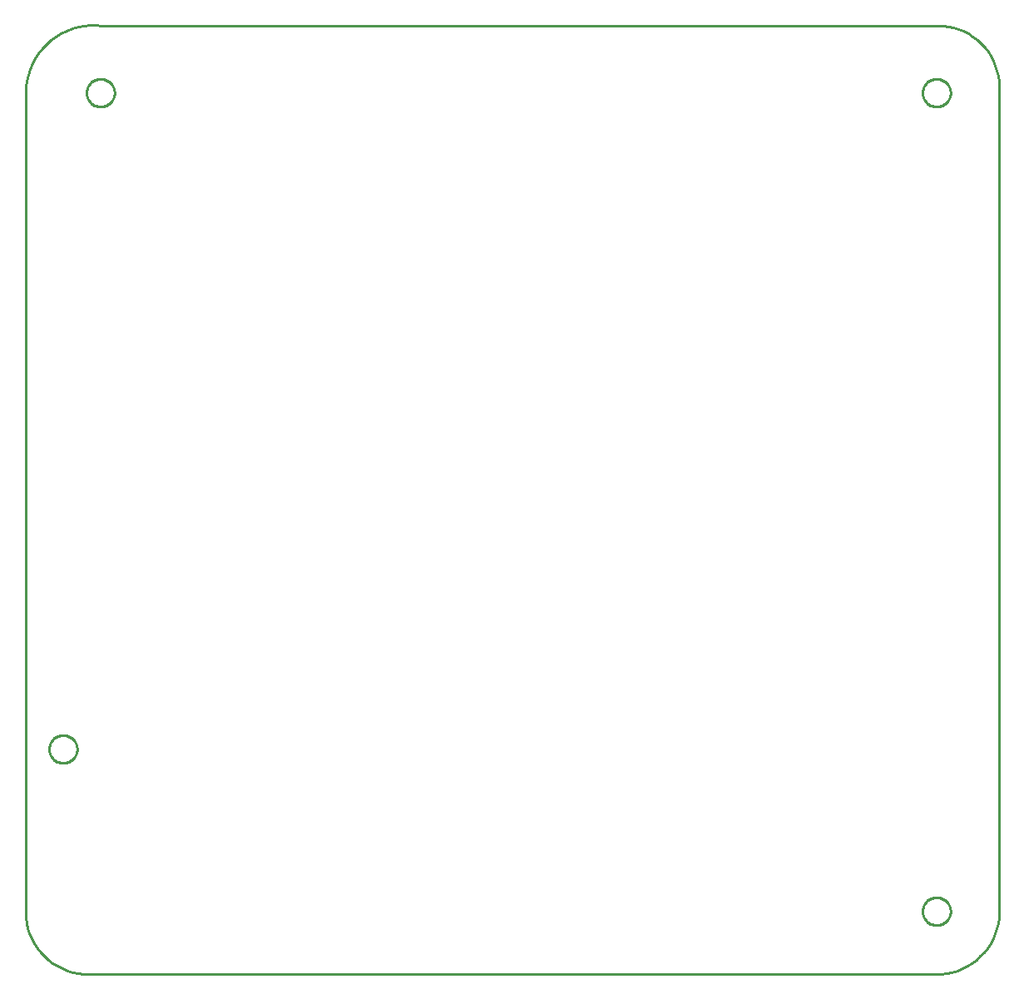
<source format=gbr>
G04 EAGLE Gerber RS-274X export*
G75*
%MOIN*%
%FSLAX34Y34*%
%LPD*%
%IN*%
%IPPOS*%
%AMOC8*
5,1,8,0,0,1.08239X$1,22.5*%
G01*
%ADD10C,0.010000*%


D10*
X-2000Y2250D02*
X-1969Y2033D01*
X-1919Y1820D01*
X-1850Y1611D01*
X-1764Y1410D01*
X-1660Y1217D01*
X-1540Y1033D01*
X-1404Y861D01*
X-1254Y702D01*
X-1091Y555D01*
X-915Y424D01*
X-729Y309D01*
X-533Y210D01*
X-330Y129D01*
X-120Y65D01*
X94Y20D01*
X312Y-5D01*
X531Y-12D01*
X750Y0D01*
X34250Y0D01*
X34469Y-12D01*
X34688Y-5D01*
X34906Y20D01*
X35120Y65D01*
X35330Y129D01*
X35533Y210D01*
X35729Y309D01*
X35915Y424D01*
X36091Y555D01*
X36254Y702D01*
X36404Y861D01*
X36540Y1033D01*
X36660Y1217D01*
X36764Y1410D01*
X36850Y1611D01*
X36919Y1820D01*
X36969Y2033D01*
X37000Y2250D01*
X37000Y35550D01*
X36991Y35764D01*
X36963Y35975D01*
X36917Y36184D01*
X36852Y36388D01*
X36770Y36585D01*
X36672Y36775D01*
X36557Y36955D01*
X36427Y37125D01*
X36282Y37282D01*
X36125Y37427D01*
X35955Y37557D01*
X35775Y37672D01*
X35585Y37770D01*
X35388Y37852D01*
X35184Y37917D01*
X34975Y37963D01*
X34764Y37991D01*
X34550Y38000D01*
X1050Y38000D01*
X809Y38016D01*
X568Y38010D01*
X328Y37984D01*
X91Y37937D01*
X-140Y37869D01*
X-365Y37782D01*
X-582Y37675D01*
X-788Y37549D01*
X-982Y37407D01*
X-1164Y37247D01*
X-1331Y37073D01*
X-1482Y36885D01*
X-1616Y36684D01*
X-1732Y36472D01*
X-1829Y36252D01*
X-1906Y36023D01*
X-1963Y35789D01*
X-2000Y35550D01*
X-2000Y2250D01*
X35060Y35280D02*
X35057Y35240D01*
X35051Y35200D01*
X35043Y35161D01*
X35032Y35123D01*
X35018Y35086D01*
X35001Y35049D01*
X34982Y35014D01*
X34960Y34980D01*
X34936Y34948D01*
X34910Y34918D01*
X34882Y34890D01*
X34852Y34864D01*
X34820Y34840D01*
X34786Y34818D01*
X34751Y34799D01*
X34714Y34782D01*
X34677Y34768D01*
X34639Y34757D01*
X34600Y34749D01*
X34560Y34743D01*
X34520Y34740D01*
X34480Y34740D01*
X34440Y34743D01*
X34400Y34749D01*
X34361Y34757D01*
X34323Y34768D01*
X34286Y34782D01*
X34249Y34799D01*
X34214Y34818D01*
X34180Y34840D01*
X34148Y34864D01*
X34118Y34890D01*
X34090Y34918D01*
X34064Y34948D01*
X34040Y34980D01*
X34018Y35014D01*
X33999Y35049D01*
X33982Y35086D01*
X33968Y35123D01*
X33957Y35161D01*
X33949Y35200D01*
X33943Y35240D01*
X33940Y35280D01*
X33940Y35320D01*
X33943Y35360D01*
X33949Y35400D01*
X33957Y35439D01*
X33968Y35477D01*
X33982Y35514D01*
X33999Y35551D01*
X34018Y35586D01*
X34040Y35620D01*
X34064Y35652D01*
X34090Y35682D01*
X34118Y35710D01*
X34148Y35736D01*
X34180Y35760D01*
X34214Y35782D01*
X34249Y35801D01*
X34286Y35818D01*
X34323Y35832D01*
X34361Y35843D01*
X34400Y35851D01*
X34440Y35857D01*
X34480Y35860D01*
X34520Y35860D01*
X34560Y35857D01*
X34600Y35851D01*
X34639Y35843D01*
X34677Y35832D01*
X34714Y35818D01*
X34751Y35801D01*
X34786Y35782D01*
X34820Y35760D01*
X34852Y35736D01*
X34882Y35710D01*
X34910Y35682D01*
X34936Y35652D01*
X34960Y35620D01*
X34982Y35586D01*
X35001Y35551D01*
X35018Y35514D01*
X35032Y35477D01*
X35043Y35439D01*
X35051Y35400D01*
X35057Y35360D01*
X35060Y35320D01*
X35060Y35280D01*
X60Y8980D02*
X57Y8940D01*
X51Y8900D01*
X43Y8861D01*
X32Y8823D01*
X18Y8786D01*
X1Y8749D01*
X-18Y8714D01*
X-40Y8680D01*
X-64Y8648D01*
X-90Y8618D01*
X-118Y8590D01*
X-148Y8564D01*
X-180Y8540D01*
X-214Y8518D01*
X-249Y8499D01*
X-286Y8482D01*
X-323Y8468D01*
X-361Y8457D01*
X-400Y8449D01*
X-440Y8443D01*
X-480Y8440D01*
X-520Y8440D01*
X-560Y8443D01*
X-600Y8449D01*
X-639Y8457D01*
X-677Y8468D01*
X-714Y8482D01*
X-751Y8499D01*
X-786Y8518D01*
X-820Y8540D01*
X-852Y8564D01*
X-882Y8590D01*
X-910Y8618D01*
X-936Y8648D01*
X-960Y8680D01*
X-982Y8714D01*
X-1001Y8749D01*
X-1018Y8786D01*
X-1032Y8823D01*
X-1043Y8861D01*
X-1051Y8900D01*
X-1057Y8940D01*
X-1060Y8980D01*
X-1060Y9020D01*
X-1057Y9060D01*
X-1051Y9100D01*
X-1043Y9139D01*
X-1032Y9177D01*
X-1018Y9214D01*
X-1001Y9251D01*
X-982Y9286D01*
X-960Y9320D01*
X-936Y9352D01*
X-910Y9382D01*
X-882Y9410D01*
X-852Y9436D01*
X-820Y9460D01*
X-786Y9482D01*
X-751Y9501D01*
X-714Y9518D01*
X-677Y9532D01*
X-639Y9543D01*
X-600Y9551D01*
X-560Y9557D01*
X-520Y9560D01*
X-480Y9560D01*
X-440Y9557D01*
X-400Y9551D01*
X-361Y9543D01*
X-323Y9532D01*
X-286Y9518D01*
X-249Y9501D01*
X-214Y9482D01*
X-180Y9460D01*
X-148Y9436D01*
X-118Y9410D01*
X-90Y9382D01*
X-64Y9352D01*
X-40Y9320D01*
X-18Y9286D01*
X1Y9251D01*
X18Y9214D01*
X32Y9177D01*
X43Y9139D01*
X51Y9100D01*
X57Y9060D01*
X60Y9020D01*
X60Y8980D01*
X1560Y35280D02*
X1557Y35240D01*
X1551Y35200D01*
X1543Y35161D01*
X1532Y35123D01*
X1518Y35086D01*
X1501Y35049D01*
X1482Y35014D01*
X1460Y34980D01*
X1436Y34948D01*
X1410Y34918D01*
X1382Y34890D01*
X1352Y34864D01*
X1320Y34840D01*
X1286Y34818D01*
X1251Y34799D01*
X1214Y34782D01*
X1177Y34768D01*
X1139Y34757D01*
X1100Y34749D01*
X1060Y34743D01*
X1020Y34740D01*
X980Y34740D01*
X940Y34743D01*
X900Y34749D01*
X861Y34757D01*
X823Y34768D01*
X786Y34782D01*
X749Y34799D01*
X714Y34818D01*
X680Y34840D01*
X648Y34864D01*
X618Y34890D01*
X590Y34918D01*
X564Y34948D01*
X540Y34980D01*
X518Y35014D01*
X499Y35049D01*
X482Y35086D01*
X468Y35123D01*
X457Y35161D01*
X449Y35200D01*
X443Y35240D01*
X440Y35280D01*
X440Y35320D01*
X443Y35360D01*
X449Y35400D01*
X457Y35439D01*
X468Y35477D01*
X482Y35514D01*
X499Y35551D01*
X518Y35586D01*
X540Y35620D01*
X564Y35652D01*
X590Y35682D01*
X618Y35710D01*
X648Y35736D01*
X680Y35760D01*
X714Y35782D01*
X749Y35801D01*
X786Y35818D01*
X823Y35832D01*
X861Y35843D01*
X900Y35851D01*
X940Y35857D01*
X980Y35860D01*
X1020Y35860D01*
X1060Y35857D01*
X1100Y35851D01*
X1139Y35843D01*
X1177Y35832D01*
X1214Y35818D01*
X1251Y35801D01*
X1286Y35782D01*
X1320Y35760D01*
X1352Y35736D01*
X1382Y35710D01*
X1410Y35682D01*
X1436Y35652D01*
X1460Y35620D01*
X1482Y35586D01*
X1501Y35551D01*
X1518Y35514D01*
X1532Y35477D01*
X1543Y35439D01*
X1551Y35400D01*
X1557Y35360D01*
X1560Y35320D01*
X1560Y35280D01*
X35060Y2480D02*
X35057Y2440D01*
X35051Y2400D01*
X35043Y2361D01*
X35032Y2323D01*
X35018Y2286D01*
X35001Y2249D01*
X34982Y2214D01*
X34960Y2180D01*
X34936Y2148D01*
X34910Y2118D01*
X34882Y2090D01*
X34852Y2064D01*
X34820Y2040D01*
X34786Y2018D01*
X34751Y1999D01*
X34714Y1982D01*
X34677Y1968D01*
X34639Y1957D01*
X34600Y1949D01*
X34560Y1943D01*
X34520Y1940D01*
X34480Y1940D01*
X34440Y1943D01*
X34400Y1949D01*
X34361Y1957D01*
X34323Y1968D01*
X34286Y1982D01*
X34249Y1999D01*
X34214Y2018D01*
X34180Y2040D01*
X34148Y2064D01*
X34118Y2090D01*
X34090Y2118D01*
X34064Y2148D01*
X34040Y2180D01*
X34018Y2214D01*
X33999Y2249D01*
X33982Y2286D01*
X33968Y2323D01*
X33957Y2361D01*
X33949Y2400D01*
X33943Y2440D01*
X33940Y2480D01*
X33940Y2520D01*
X33943Y2560D01*
X33949Y2600D01*
X33957Y2639D01*
X33968Y2677D01*
X33982Y2714D01*
X33999Y2751D01*
X34018Y2786D01*
X34040Y2820D01*
X34064Y2852D01*
X34090Y2882D01*
X34118Y2910D01*
X34148Y2936D01*
X34180Y2960D01*
X34214Y2982D01*
X34249Y3001D01*
X34286Y3018D01*
X34323Y3032D01*
X34361Y3043D01*
X34400Y3051D01*
X34440Y3057D01*
X34480Y3060D01*
X34520Y3060D01*
X34560Y3057D01*
X34600Y3051D01*
X34639Y3043D01*
X34677Y3032D01*
X34714Y3018D01*
X34751Y3001D01*
X34786Y2982D01*
X34820Y2960D01*
X34852Y2936D01*
X34882Y2910D01*
X34910Y2882D01*
X34936Y2852D01*
X34960Y2820D01*
X34982Y2786D01*
X35001Y2751D01*
X35018Y2714D01*
X35032Y2677D01*
X35043Y2639D01*
X35051Y2600D01*
X35057Y2560D01*
X35060Y2520D01*
X35060Y2480D01*
M02*

</source>
